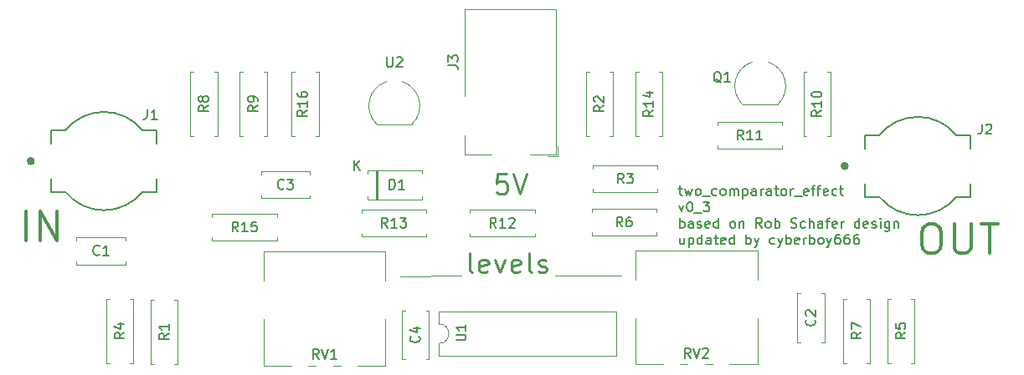
<source format=gbr>
G04 #@! TF.GenerationSoftware,KiCad,Pcbnew,(5.1.4-0-10_14)*
G04 #@! TF.CreationDate,2021-06-29T12:17:26+12:00*
G04 #@! TF.ProjectId,two_comparator_effect,74776f5f-636f-46d7-9061-7261746f725f,rev?*
G04 #@! TF.SameCoordinates,Original*
G04 #@! TF.FileFunction,Legend,Top*
G04 #@! TF.FilePolarity,Positive*
%FSLAX46Y46*%
G04 Gerber Fmt 4.6, Leading zero omitted, Abs format (unit mm)*
G04 Created by KiCad (PCBNEW (5.1.4-0-10_14)) date 2021-06-29 12:17:26*
%MOMM*%
%LPD*%
G04 APERTURE LIST*
%ADD10C,0.120000*%
%ADD11C,0.250000*%
%ADD12C,0.150000*%
%ADD13C,0.350000*%
%ADD14C,0.400000*%
%ADD15C,0.127000*%
G04 APERTURE END LIST*
D10*
X135000000Y-68250000D02*
X128900000Y-68300000D01*
X144500000Y-68250000D02*
X151200000Y-68250000D01*
D11*
X136178571Y-67904761D02*
X135988095Y-67809523D01*
X135892857Y-67619047D01*
X135892857Y-65904761D01*
X137702380Y-67809523D02*
X137511904Y-67904761D01*
X137130952Y-67904761D01*
X136940476Y-67809523D01*
X136845238Y-67619047D01*
X136845238Y-66857142D01*
X136940476Y-66666666D01*
X137130952Y-66571428D01*
X137511904Y-66571428D01*
X137702380Y-66666666D01*
X137797619Y-66857142D01*
X137797619Y-67047619D01*
X136845238Y-67238095D01*
X138464285Y-66571428D02*
X138940476Y-67904761D01*
X139416666Y-66571428D01*
X140940476Y-67809523D02*
X140750000Y-67904761D01*
X140369047Y-67904761D01*
X140178571Y-67809523D01*
X140083333Y-67619047D01*
X140083333Y-66857142D01*
X140178571Y-66666666D01*
X140369047Y-66571428D01*
X140750000Y-66571428D01*
X140940476Y-66666666D01*
X141035714Y-66857142D01*
X141035714Y-67047619D01*
X140083333Y-67238095D01*
X142178571Y-67904761D02*
X141988095Y-67809523D01*
X141892857Y-67619047D01*
X141892857Y-65904761D01*
X142845238Y-67809523D02*
X143035714Y-67904761D01*
X143416666Y-67904761D01*
X143607142Y-67809523D01*
X143702380Y-67619047D01*
X143702380Y-67523809D01*
X143607142Y-67333333D01*
X143416666Y-67238095D01*
X143130952Y-67238095D01*
X142940476Y-67142857D01*
X142845238Y-66952380D01*
X142845238Y-66857142D01*
X142940476Y-66666666D01*
X143130952Y-66571428D01*
X143416666Y-66571428D01*
X143607142Y-66666666D01*
D12*
X156992738Y-59410714D02*
X157373690Y-59410714D01*
X157135595Y-59077380D02*
X157135595Y-59934523D01*
X157183214Y-60029761D01*
X157278452Y-60077380D01*
X157373690Y-60077380D01*
X157611785Y-59410714D02*
X157802261Y-60077380D01*
X157992738Y-59601190D01*
X158183214Y-60077380D01*
X158373690Y-59410714D01*
X158897500Y-60077380D02*
X158802261Y-60029761D01*
X158754642Y-59982142D01*
X158707023Y-59886904D01*
X158707023Y-59601190D01*
X158754642Y-59505952D01*
X158802261Y-59458333D01*
X158897500Y-59410714D01*
X159040357Y-59410714D01*
X159135595Y-59458333D01*
X159183214Y-59505952D01*
X159230833Y-59601190D01*
X159230833Y-59886904D01*
X159183214Y-59982142D01*
X159135595Y-60029761D01*
X159040357Y-60077380D01*
X158897500Y-60077380D01*
X159421309Y-60172619D02*
X160183214Y-60172619D01*
X160849880Y-60029761D02*
X160754642Y-60077380D01*
X160564166Y-60077380D01*
X160468928Y-60029761D01*
X160421309Y-59982142D01*
X160373690Y-59886904D01*
X160373690Y-59601190D01*
X160421309Y-59505952D01*
X160468928Y-59458333D01*
X160564166Y-59410714D01*
X160754642Y-59410714D01*
X160849880Y-59458333D01*
X161421309Y-60077380D02*
X161326071Y-60029761D01*
X161278452Y-59982142D01*
X161230833Y-59886904D01*
X161230833Y-59601190D01*
X161278452Y-59505952D01*
X161326071Y-59458333D01*
X161421309Y-59410714D01*
X161564166Y-59410714D01*
X161659404Y-59458333D01*
X161707023Y-59505952D01*
X161754642Y-59601190D01*
X161754642Y-59886904D01*
X161707023Y-59982142D01*
X161659404Y-60029761D01*
X161564166Y-60077380D01*
X161421309Y-60077380D01*
X162183214Y-60077380D02*
X162183214Y-59410714D01*
X162183214Y-59505952D02*
X162230833Y-59458333D01*
X162326071Y-59410714D01*
X162468928Y-59410714D01*
X162564166Y-59458333D01*
X162611785Y-59553571D01*
X162611785Y-60077380D01*
X162611785Y-59553571D02*
X162659404Y-59458333D01*
X162754642Y-59410714D01*
X162897500Y-59410714D01*
X162992738Y-59458333D01*
X163040357Y-59553571D01*
X163040357Y-60077380D01*
X163516547Y-59410714D02*
X163516547Y-60410714D01*
X163516547Y-59458333D02*
X163611785Y-59410714D01*
X163802261Y-59410714D01*
X163897500Y-59458333D01*
X163945119Y-59505952D01*
X163992738Y-59601190D01*
X163992738Y-59886904D01*
X163945119Y-59982142D01*
X163897500Y-60029761D01*
X163802261Y-60077380D01*
X163611785Y-60077380D01*
X163516547Y-60029761D01*
X164849880Y-60077380D02*
X164849880Y-59553571D01*
X164802261Y-59458333D01*
X164707023Y-59410714D01*
X164516547Y-59410714D01*
X164421309Y-59458333D01*
X164849880Y-60029761D02*
X164754642Y-60077380D01*
X164516547Y-60077380D01*
X164421309Y-60029761D01*
X164373690Y-59934523D01*
X164373690Y-59839285D01*
X164421309Y-59744047D01*
X164516547Y-59696428D01*
X164754642Y-59696428D01*
X164849880Y-59648809D01*
X165326071Y-60077380D02*
X165326071Y-59410714D01*
X165326071Y-59601190D02*
X165373690Y-59505952D01*
X165421309Y-59458333D01*
X165516547Y-59410714D01*
X165611785Y-59410714D01*
X166373690Y-60077380D02*
X166373690Y-59553571D01*
X166326071Y-59458333D01*
X166230833Y-59410714D01*
X166040357Y-59410714D01*
X165945119Y-59458333D01*
X166373690Y-60029761D02*
X166278452Y-60077380D01*
X166040357Y-60077380D01*
X165945119Y-60029761D01*
X165897500Y-59934523D01*
X165897500Y-59839285D01*
X165945119Y-59744047D01*
X166040357Y-59696428D01*
X166278452Y-59696428D01*
X166373690Y-59648809D01*
X166707023Y-59410714D02*
X167087976Y-59410714D01*
X166849880Y-59077380D02*
X166849880Y-59934523D01*
X166897500Y-60029761D01*
X166992738Y-60077380D01*
X167087976Y-60077380D01*
X167564166Y-60077380D02*
X167468928Y-60029761D01*
X167421309Y-59982142D01*
X167373690Y-59886904D01*
X167373690Y-59601190D01*
X167421309Y-59505952D01*
X167468928Y-59458333D01*
X167564166Y-59410714D01*
X167707023Y-59410714D01*
X167802261Y-59458333D01*
X167849880Y-59505952D01*
X167897500Y-59601190D01*
X167897500Y-59886904D01*
X167849880Y-59982142D01*
X167802261Y-60029761D01*
X167707023Y-60077380D01*
X167564166Y-60077380D01*
X168326071Y-60077380D02*
X168326071Y-59410714D01*
X168326071Y-59601190D02*
X168373690Y-59505952D01*
X168421309Y-59458333D01*
X168516547Y-59410714D01*
X168611785Y-59410714D01*
X168707023Y-60172619D02*
X169468928Y-60172619D01*
X170087976Y-60029761D02*
X169992738Y-60077380D01*
X169802261Y-60077380D01*
X169707023Y-60029761D01*
X169659404Y-59934523D01*
X169659404Y-59553571D01*
X169707023Y-59458333D01*
X169802261Y-59410714D01*
X169992738Y-59410714D01*
X170087976Y-59458333D01*
X170135595Y-59553571D01*
X170135595Y-59648809D01*
X169659404Y-59744047D01*
X170421309Y-59410714D02*
X170802261Y-59410714D01*
X170564166Y-60077380D02*
X170564166Y-59220238D01*
X170611785Y-59125000D01*
X170707023Y-59077380D01*
X170802261Y-59077380D01*
X170992738Y-59410714D02*
X171373690Y-59410714D01*
X171135595Y-60077380D02*
X171135595Y-59220238D01*
X171183214Y-59125000D01*
X171278452Y-59077380D01*
X171373690Y-59077380D01*
X172087976Y-60029761D02*
X171992738Y-60077380D01*
X171802261Y-60077380D01*
X171707023Y-60029761D01*
X171659404Y-59934523D01*
X171659404Y-59553571D01*
X171707023Y-59458333D01*
X171802261Y-59410714D01*
X171992738Y-59410714D01*
X172087976Y-59458333D01*
X172135595Y-59553571D01*
X172135595Y-59648809D01*
X171659404Y-59744047D01*
X172992738Y-60029761D02*
X172897500Y-60077380D01*
X172707023Y-60077380D01*
X172611785Y-60029761D01*
X172564166Y-59982142D01*
X172516547Y-59886904D01*
X172516547Y-59601190D01*
X172564166Y-59505952D01*
X172611785Y-59458333D01*
X172707023Y-59410714D01*
X172897500Y-59410714D01*
X172992738Y-59458333D01*
X173278452Y-59410714D02*
X173659404Y-59410714D01*
X173421309Y-59077380D02*
X173421309Y-59934523D01*
X173468928Y-60029761D01*
X173564166Y-60077380D01*
X173659404Y-60077380D01*
X157040357Y-61060714D02*
X157278452Y-61727380D01*
X157516547Y-61060714D01*
X158087976Y-60727380D02*
X158183214Y-60727380D01*
X158278452Y-60775000D01*
X158326071Y-60822619D01*
X158373690Y-60917857D01*
X158421309Y-61108333D01*
X158421309Y-61346428D01*
X158373690Y-61536904D01*
X158326071Y-61632142D01*
X158278452Y-61679761D01*
X158183214Y-61727380D01*
X158087976Y-61727380D01*
X157992738Y-61679761D01*
X157945119Y-61632142D01*
X157897500Y-61536904D01*
X157849880Y-61346428D01*
X157849880Y-61108333D01*
X157897500Y-60917857D01*
X157945119Y-60822619D01*
X157992738Y-60775000D01*
X158087976Y-60727380D01*
X158611785Y-61822619D02*
X159373690Y-61822619D01*
X159516547Y-60727380D02*
X160135595Y-60727380D01*
X159802261Y-61108333D01*
X159945119Y-61108333D01*
X160040357Y-61155952D01*
X160087976Y-61203571D01*
X160135595Y-61298809D01*
X160135595Y-61536904D01*
X160087976Y-61632142D01*
X160040357Y-61679761D01*
X159945119Y-61727380D01*
X159659404Y-61727380D01*
X159564166Y-61679761D01*
X159516547Y-61632142D01*
X157135595Y-63377380D02*
X157135595Y-62377380D01*
X157135595Y-62758333D02*
X157230833Y-62710714D01*
X157421309Y-62710714D01*
X157516547Y-62758333D01*
X157564166Y-62805952D01*
X157611785Y-62901190D01*
X157611785Y-63186904D01*
X157564166Y-63282142D01*
X157516547Y-63329761D01*
X157421309Y-63377380D01*
X157230833Y-63377380D01*
X157135595Y-63329761D01*
X158468928Y-63377380D02*
X158468928Y-62853571D01*
X158421309Y-62758333D01*
X158326071Y-62710714D01*
X158135595Y-62710714D01*
X158040357Y-62758333D01*
X158468928Y-63329761D02*
X158373690Y-63377380D01*
X158135595Y-63377380D01*
X158040357Y-63329761D01*
X157992738Y-63234523D01*
X157992738Y-63139285D01*
X158040357Y-63044047D01*
X158135595Y-62996428D01*
X158373690Y-62996428D01*
X158468928Y-62948809D01*
X158897500Y-63329761D02*
X158992738Y-63377380D01*
X159183214Y-63377380D01*
X159278452Y-63329761D01*
X159326071Y-63234523D01*
X159326071Y-63186904D01*
X159278452Y-63091666D01*
X159183214Y-63044047D01*
X159040357Y-63044047D01*
X158945119Y-62996428D01*
X158897500Y-62901190D01*
X158897500Y-62853571D01*
X158945119Y-62758333D01*
X159040357Y-62710714D01*
X159183214Y-62710714D01*
X159278452Y-62758333D01*
X160135595Y-63329761D02*
X160040357Y-63377380D01*
X159849880Y-63377380D01*
X159754642Y-63329761D01*
X159707023Y-63234523D01*
X159707023Y-62853571D01*
X159754642Y-62758333D01*
X159849880Y-62710714D01*
X160040357Y-62710714D01*
X160135595Y-62758333D01*
X160183214Y-62853571D01*
X160183214Y-62948809D01*
X159707023Y-63044047D01*
X161040357Y-63377380D02*
X161040357Y-62377380D01*
X161040357Y-63329761D02*
X160945119Y-63377380D01*
X160754642Y-63377380D01*
X160659404Y-63329761D01*
X160611785Y-63282142D01*
X160564166Y-63186904D01*
X160564166Y-62901190D01*
X160611785Y-62805952D01*
X160659404Y-62758333D01*
X160754642Y-62710714D01*
X160945119Y-62710714D01*
X161040357Y-62758333D01*
X162421309Y-63377380D02*
X162326071Y-63329761D01*
X162278452Y-63282142D01*
X162230833Y-63186904D01*
X162230833Y-62901190D01*
X162278452Y-62805952D01*
X162326071Y-62758333D01*
X162421309Y-62710714D01*
X162564166Y-62710714D01*
X162659404Y-62758333D01*
X162707023Y-62805952D01*
X162754642Y-62901190D01*
X162754642Y-63186904D01*
X162707023Y-63282142D01*
X162659404Y-63329761D01*
X162564166Y-63377380D01*
X162421309Y-63377380D01*
X163183214Y-62710714D02*
X163183214Y-63377380D01*
X163183214Y-62805952D02*
X163230833Y-62758333D01*
X163326071Y-62710714D01*
X163468928Y-62710714D01*
X163564166Y-62758333D01*
X163611785Y-62853571D01*
X163611785Y-63377380D01*
X165421309Y-63377380D02*
X165087976Y-62901190D01*
X164849880Y-63377380D02*
X164849880Y-62377380D01*
X165230833Y-62377380D01*
X165326071Y-62425000D01*
X165373690Y-62472619D01*
X165421309Y-62567857D01*
X165421309Y-62710714D01*
X165373690Y-62805952D01*
X165326071Y-62853571D01*
X165230833Y-62901190D01*
X164849880Y-62901190D01*
X165992738Y-63377380D02*
X165897500Y-63329761D01*
X165849880Y-63282142D01*
X165802261Y-63186904D01*
X165802261Y-62901190D01*
X165849880Y-62805952D01*
X165897500Y-62758333D01*
X165992738Y-62710714D01*
X166135595Y-62710714D01*
X166230833Y-62758333D01*
X166278452Y-62805952D01*
X166326071Y-62901190D01*
X166326071Y-63186904D01*
X166278452Y-63282142D01*
X166230833Y-63329761D01*
X166135595Y-63377380D01*
X165992738Y-63377380D01*
X166754642Y-63377380D02*
X166754642Y-62377380D01*
X166754642Y-62758333D02*
X166849880Y-62710714D01*
X167040357Y-62710714D01*
X167135595Y-62758333D01*
X167183214Y-62805952D01*
X167230833Y-62901190D01*
X167230833Y-63186904D01*
X167183214Y-63282142D01*
X167135595Y-63329761D01*
X167040357Y-63377380D01*
X166849880Y-63377380D01*
X166754642Y-63329761D01*
X168373690Y-63329761D02*
X168516547Y-63377380D01*
X168754642Y-63377380D01*
X168849880Y-63329761D01*
X168897500Y-63282142D01*
X168945119Y-63186904D01*
X168945119Y-63091666D01*
X168897500Y-62996428D01*
X168849880Y-62948809D01*
X168754642Y-62901190D01*
X168564166Y-62853571D01*
X168468928Y-62805952D01*
X168421309Y-62758333D01*
X168373690Y-62663095D01*
X168373690Y-62567857D01*
X168421309Y-62472619D01*
X168468928Y-62425000D01*
X168564166Y-62377380D01*
X168802261Y-62377380D01*
X168945119Y-62425000D01*
X169802261Y-63329761D02*
X169707023Y-63377380D01*
X169516547Y-63377380D01*
X169421309Y-63329761D01*
X169373690Y-63282142D01*
X169326071Y-63186904D01*
X169326071Y-62901190D01*
X169373690Y-62805952D01*
X169421309Y-62758333D01*
X169516547Y-62710714D01*
X169707023Y-62710714D01*
X169802261Y-62758333D01*
X170230833Y-63377380D02*
X170230833Y-62377380D01*
X170659404Y-63377380D02*
X170659404Y-62853571D01*
X170611785Y-62758333D01*
X170516547Y-62710714D01*
X170373690Y-62710714D01*
X170278452Y-62758333D01*
X170230833Y-62805952D01*
X171564166Y-63377380D02*
X171564166Y-62853571D01*
X171516547Y-62758333D01*
X171421309Y-62710714D01*
X171230833Y-62710714D01*
X171135595Y-62758333D01*
X171564166Y-63329761D02*
X171468928Y-63377380D01*
X171230833Y-63377380D01*
X171135595Y-63329761D01*
X171087976Y-63234523D01*
X171087976Y-63139285D01*
X171135595Y-63044047D01*
X171230833Y-62996428D01*
X171468928Y-62996428D01*
X171564166Y-62948809D01*
X171897500Y-62710714D02*
X172278452Y-62710714D01*
X172040357Y-63377380D02*
X172040357Y-62520238D01*
X172087976Y-62425000D01*
X172183214Y-62377380D01*
X172278452Y-62377380D01*
X172992738Y-63329761D02*
X172897500Y-63377380D01*
X172707023Y-63377380D01*
X172611785Y-63329761D01*
X172564166Y-63234523D01*
X172564166Y-62853571D01*
X172611785Y-62758333D01*
X172707023Y-62710714D01*
X172897500Y-62710714D01*
X172992738Y-62758333D01*
X173040357Y-62853571D01*
X173040357Y-62948809D01*
X172564166Y-63044047D01*
X173468928Y-63377380D02*
X173468928Y-62710714D01*
X173468928Y-62901190D02*
X173516547Y-62805952D01*
X173564166Y-62758333D01*
X173659404Y-62710714D01*
X173754642Y-62710714D01*
X175278452Y-63377380D02*
X175278452Y-62377380D01*
X175278452Y-63329761D02*
X175183214Y-63377380D01*
X174992738Y-63377380D01*
X174897500Y-63329761D01*
X174849880Y-63282142D01*
X174802261Y-63186904D01*
X174802261Y-62901190D01*
X174849880Y-62805952D01*
X174897500Y-62758333D01*
X174992738Y-62710714D01*
X175183214Y-62710714D01*
X175278452Y-62758333D01*
X176135595Y-63329761D02*
X176040357Y-63377380D01*
X175849880Y-63377380D01*
X175754642Y-63329761D01*
X175707023Y-63234523D01*
X175707023Y-62853571D01*
X175754642Y-62758333D01*
X175849880Y-62710714D01*
X176040357Y-62710714D01*
X176135595Y-62758333D01*
X176183214Y-62853571D01*
X176183214Y-62948809D01*
X175707023Y-63044047D01*
X176564166Y-63329761D02*
X176659404Y-63377380D01*
X176849880Y-63377380D01*
X176945119Y-63329761D01*
X176992738Y-63234523D01*
X176992738Y-63186904D01*
X176945119Y-63091666D01*
X176849880Y-63044047D01*
X176707023Y-63044047D01*
X176611785Y-62996428D01*
X176564166Y-62901190D01*
X176564166Y-62853571D01*
X176611785Y-62758333D01*
X176707023Y-62710714D01*
X176849880Y-62710714D01*
X176945119Y-62758333D01*
X177421309Y-63377380D02*
X177421309Y-62710714D01*
X177421309Y-62377380D02*
X177373690Y-62425000D01*
X177421309Y-62472619D01*
X177468928Y-62425000D01*
X177421309Y-62377380D01*
X177421309Y-62472619D01*
X178326071Y-62710714D02*
X178326071Y-63520238D01*
X178278452Y-63615476D01*
X178230833Y-63663095D01*
X178135595Y-63710714D01*
X177992738Y-63710714D01*
X177897500Y-63663095D01*
X178326071Y-63329761D02*
X178230833Y-63377380D01*
X178040357Y-63377380D01*
X177945119Y-63329761D01*
X177897500Y-63282142D01*
X177849880Y-63186904D01*
X177849880Y-62901190D01*
X177897500Y-62805952D01*
X177945119Y-62758333D01*
X178040357Y-62710714D01*
X178230833Y-62710714D01*
X178326071Y-62758333D01*
X178802261Y-62710714D02*
X178802261Y-63377380D01*
X178802261Y-62805952D02*
X178849880Y-62758333D01*
X178945119Y-62710714D01*
X179087976Y-62710714D01*
X179183214Y-62758333D01*
X179230833Y-62853571D01*
X179230833Y-63377380D01*
X157564166Y-64360714D02*
X157564166Y-65027380D01*
X157135595Y-64360714D02*
X157135595Y-64884523D01*
X157183214Y-64979761D01*
X157278452Y-65027380D01*
X157421309Y-65027380D01*
X157516547Y-64979761D01*
X157564166Y-64932142D01*
X158040357Y-64360714D02*
X158040357Y-65360714D01*
X158040357Y-64408333D02*
X158135595Y-64360714D01*
X158326071Y-64360714D01*
X158421309Y-64408333D01*
X158468928Y-64455952D01*
X158516547Y-64551190D01*
X158516547Y-64836904D01*
X158468928Y-64932142D01*
X158421309Y-64979761D01*
X158326071Y-65027380D01*
X158135595Y-65027380D01*
X158040357Y-64979761D01*
X159373690Y-65027380D02*
X159373690Y-64027380D01*
X159373690Y-64979761D02*
X159278452Y-65027380D01*
X159087976Y-65027380D01*
X158992738Y-64979761D01*
X158945119Y-64932142D01*
X158897500Y-64836904D01*
X158897500Y-64551190D01*
X158945119Y-64455952D01*
X158992738Y-64408333D01*
X159087976Y-64360714D01*
X159278452Y-64360714D01*
X159373690Y-64408333D01*
X160278452Y-65027380D02*
X160278452Y-64503571D01*
X160230833Y-64408333D01*
X160135595Y-64360714D01*
X159945119Y-64360714D01*
X159849880Y-64408333D01*
X160278452Y-64979761D02*
X160183214Y-65027380D01*
X159945119Y-65027380D01*
X159849880Y-64979761D01*
X159802261Y-64884523D01*
X159802261Y-64789285D01*
X159849880Y-64694047D01*
X159945119Y-64646428D01*
X160183214Y-64646428D01*
X160278452Y-64598809D01*
X160611785Y-64360714D02*
X160992738Y-64360714D01*
X160754642Y-64027380D02*
X160754642Y-64884523D01*
X160802261Y-64979761D01*
X160897500Y-65027380D01*
X160992738Y-65027380D01*
X161707023Y-64979761D02*
X161611785Y-65027380D01*
X161421309Y-65027380D01*
X161326071Y-64979761D01*
X161278452Y-64884523D01*
X161278452Y-64503571D01*
X161326071Y-64408333D01*
X161421309Y-64360714D01*
X161611785Y-64360714D01*
X161707023Y-64408333D01*
X161754642Y-64503571D01*
X161754642Y-64598809D01*
X161278452Y-64694047D01*
X162611785Y-65027380D02*
X162611785Y-64027380D01*
X162611785Y-64979761D02*
X162516547Y-65027380D01*
X162326071Y-65027380D01*
X162230833Y-64979761D01*
X162183214Y-64932142D01*
X162135595Y-64836904D01*
X162135595Y-64551190D01*
X162183214Y-64455952D01*
X162230833Y-64408333D01*
X162326071Y-64360714D01*
X162516547Y-64360714D01*
X162611785Y-64408333D01*
X163849880Y-65027380D02*
X163849880Y-64027380D01*
X163849880Y-64408333D02*
X163945119Y-64360714D01*
X164135595Y-64360714D01*
X164230833Y-64408333D01*
X164278452Y-64455952D01*
X164326071Y-64551190D01*
X164326071Y-64836904D01*
X164278452Y-64932142D01*
X164230833Y-64979761D01*
X164135595Y-65027380D01*
X163945119Y-65027380D01*
X163849880Y-64979761D01*
X164659404Y-64360714D02*
X164897500Y-65027380D01*
X165135595Y-64360714D02*
X164897500Y-65027380D01*
X164802261Y-65265476D01*
X164754642Y-65313095D01*
X164659404Y-65360714D01*
X166707023Y-64979761D02*
X166611785Y-65027380D01*
X166421309Y-65027380D01*
X166326071Y-64979761D01*
X166278452Y-64932142D01*
X166230833Y-64836904D01*
X166230833Y-64551190D01*
X166278452Y-64455952D01*
X166326071Y-64408333D01*
X166421309Y-64360714D01*
X166611785Y-64360714D01*
X166707023Y-64408333D01*
X167040357Y-64360714D02*
X167278452Y-65027380D01*
X167516547Y-64360714D02*
X167278452Y-65027380D01*
X167183214Y-65265476D01*
X167135595Y-65313095D01*
X167040357Y-65360714D01*
X167897500Y-65027380D02*
X167897500Y-64027380D01*
X167897500Y-64408333D02*
X167992738Y-64360714D01*
X168183214Y-64360714D01*
X168278452Y-64408333D01*
X168326071Y-64455952D01*
X168373690Y-64551190D01*
X168373690Y-64836904D01*
X168326071Y-64932142D01*
X168278452Y-64979761D01*
X168183214Y-65027380D01*
X167992738Y-65027380D01*
X167897500Y-64979761D01*
X169183214Y-64979761D02*
X169087976Y-65027380D01*
X168897500Y-65027380D01*
X168802261Y-64979761D01*
X168754642Y-64884523D01*
X168754642Y-64503571D01*
X168802261Y-64408333D01*
X168897500Y-64360714D01*
X169087976Y-64360714D01*
X169183214Y-64408333D01*
X169230833Y-64503571D01*
X169230833Y-64598809D01*
X168754642Y-64694047D01*
X169659404Y-65027380D02*
X169659404Y-64360714D01*
X169659404Y-64551190D02*
X169707023Y-64455952D01*
X169754642Y-64408333D01*
X169849880Y-64360714D01*
X169945119Y-64360714D01*
X170278452Y-65027380D02*
X170278452Y-64027380D01*
X170278452Y-64408333D02*
X170373690Y-64360714D01*
X170564166Y-64360714D01*
X170659404Y-64408333D01*
X170707023Y-64455952D01*
X170754642Y-64551190D01*
X170754642Y-64836904D01*
X170707023Y-64932142D01*
X170659404Y-64979761D01*
X170564166Y-65027380D01*
X170373690Y-65027380D01*
X170278452Y-64979761D01*
X171326071Y-65027380D02*
X171230833Y-64979761D01*
X171183214Y-64932142D01*
X171135595Y-64836904D01*
X171135595Y-64551190D01*
X171183214Y-64455952D01*
X171230833Y-64408333D01*
X171326071Y-64360714D01*
X171468928Y-64360714D01*
X171564166Y-64408333D01*
X171611785Y-64455952D01*
X171659404Y-64551190D01*
X171659404Y-64836904D01*
X171611785Y-64932142D01*
X171564166Y-64979761D01*
X171468928Y-65027380D01*
X171326071Y-65027380D01*
X171992738Y-64360714D02*
X172230833Y-65027380D01*
X172468928Y-64360714D02*
X172230833Y-65027380D01*
X172135595Y-65265476D01*
X172087976Y-65313095D01*
X171992738Y-65360714D01*
X173278452Y-64027380D02*
X173087976Y-64027380D01*
X172992738Y-64075000D01*
X172945119Y-64122619D01*
X172849880Y-64265476D01*
X172802261Y-64455952D01*
X172802261Y-64836904D01*
X172849880Y-64932142D01*
X172897500Y-64979761D01*
X172992738Y-65027380D01*
X173183214Y-65027380D01*
X173278452Y-64979761D01*
X173326071Y-64932142D01*
X173373690Y-64836904D01*
X173373690Y-64598809D01*
X173326071Y-64503571D01*
X173278452Y-64455952D01*
X173183214Y-64408333D01*
X172992738Y-64408333D01*
X172897500Y-64455952D01*
X172849880Y-64503571D01*
X172802261Y-64598809D01*
X174230833Y-64027380D02*
X174040357Y-64027380D01*
X173945119Y-64075000D01*
X173897500Y-64122619D01*
X173802261Y-64265476D01*
X173754642Y-64455952D01*
X173754642Y-64836904D01*
X173802261Y-64932142D01*
X173849880Y-64979761D01*
X173945119Y-65027380D01*
X174135595Y-65027380D01*
X174230833Y-64979761D01*
X174278452Y-64932142D01*
X174326071Y-64836904D01*
X174326071Y-64598809D01*
X174278452Y-64503571D01*
X174230833Y-64455952D01*
X174135595Y-64408333D01*
X173945119Y-64408333D01*
X173849880Y-64455952D01*
X173802261Y-64503571D01*
X173754642Y-64598809D01*
X175183214Y-64027380D02*
X174992738Y-64027380D01*
X174897500Y-64075000D01*
X174849880Y-64122619D01*
X174754642Y-64265476D01*
X174707023Y-64455952D01*
X174707023Y-64836904D01*
X174754642Y-64932142D01*
X174802261Y-64979761D01*
X174897500Y-65027380D01*
X175087976Y-65027380D01*
X175183214Y-64979761D01*
X175230833Y-64932142D01*
X175278452Y-64836904D01*
X175278452Y-64598809D01*
X175230833Y-64503571D01*
X175183214Y-64455952D01*
X175087976Y-64408333D01*
X174897500Y-64408333D01*
X174802261Y-64455952D01*
X174754642Y-64503571D01*
X174707023Y-64598809D01*
D11*
X139619047Y-57904761D02*
X138666666Y-57904761D01*
X138571428Y-58857142D01*
X138666666Y-58761904D01*
X138857142Y-58666666D01*
X139333333Y-58666666D01*
X139523809Y-58761904D01*
X139619047Y-58857142D01*
X139714285Y-59047619D01*
X139714285Y-59523809D01*
X139619047Y-59714285D01*
X139523809Y-59809523D01*
X139333333Y-59904761D01*
X138857142Y-59904761D01*
X138666666Y-59809523D01*
X138571428Y-59714285D01*
X140285714Y-57904761D02*
X140952380Y-59904761D01*
X141619047Y-57904761D01*
D13*
X182300000Y-62957142D02*
X182871428Y-62957142D01*
X183157142Y-63100000D01*
X183442857Y-63385714D01*
X183585714Y-63957142D01*
X183585714Y-64957142D01*
X183442857Y-65528571D01*
X183157142Y-65814285D01*
X182871428Y-65957142D01*
X182300000Y-65957142D01*
X182014285Y-65814285D01*
X181728571Y-65528571D01*
X181585714Y-64957142D01*
X181585714Y-63957142D01*
X181728571Y-63385714D01*
X182014285Y-63100000D01*
X182300000Y-62957142D01*
X184871428Y-62957142D02*
X184871428Y-65385714D01*
X185014285Y-65671428D01*
X185157142Y-65814285D01*
X185442857Y-65957142D01*
X186014285Y-65957142D01*
X186300000Y-65814285D01*
X186442857Y-65671428D01*
X186585714Y-65385714D01*
X186585714Y-62957142D01*
X187585714Y-62957142D02*
X189300000Y-62957142D01*
X188442857Y-65957142D02*
X188442857Y-62957142D01*
X91028571Y-64657142D02*
X91028571Y-61657142D01*
X92457142Y-64657142D02*
X92457142Y-61657142D01*
X94171428Y-64657142D01*
X94171428Y-61657142D01*
D10*
X148220000Y-61430000D02*
X148220000Y-61760000D01*
X154760000Y-61430000D02*
X148220000Y-61430000D01*
X154760000Y-61760000D02*
X154760000Y-61430000D01*
X148220000Y-64170000D02*
X148220000Y-63840000D01*
X154760000Y-64170000D02*
X148220000Y-64170000D01*
X154760000Y-63840000D02*
X154760000Y-64170000D01*
X152630000Y-77220000D02*
X152630000Y-72554000D01*
X152630000Y-68645000D02*
X152630000Y-65630000D01*
X164970000Y-77220000D02*
X164970000Y-72554000D01*
X164970000Y-68645000D02*
X164970000Y-65630000D01*
X152630000Y-77220000D02*
X155429000Y-77220000D01*
X157171000Y-77220000D02*
X157930000Y-77220000D01*
X159671000Y-77220000D02*
X160430000Y-77220000D01*
X162170000Y-77220000D02*
X164970000Y-77220000D01*
X152630000Y-65630000D02*
X164970000Y-65630000D01*
X130078445Y-52827684D02*
G75*
G03X129050000Y-48550000I-1808445J1827684D01*
G01*
X126458125Y-52841741D02*
G75*
G02X127450000Y-48550000I1811875J1841741D01*
G01*
X126470000Y-52850000D02*
X130070000Y-52850000D01*
X167078445Y-50827684D02*
G75*
G03X166050000Y-46550000I-1808445J1827684D01*
G01*
X163458125Y-50841741D02*
G75*
G02X164450000Y-46550000I1811875J1841741D01*
G01*
X163470000Y-50850000D02*
X167070000Y-50850000D01*
X96130000Y-64330000D02*
X101070000Y-64330000D01*
X96130000Y-67070000D02*
X101070000Y-67070000D01*
X96130000Y-64330000D02*
X96130000Y-64645000D01*
X96130000Y-66755000D02*
X96130000Y-67070000D01*
X101070000Y-64330000D02*
X101070000Y-64645000D01*
X101070000Y-66755000D02*
X101070000Y-67070000D01*
X169345000Y-74970000D02*
X169030000Y-74970000D01*
X171770000Y-74970000D02*
X171455000Y-74970000D01*
X169345000Y-70030000D02*
X169030000Y-70030000D01*
X171770000Y-70030000D02*
X171455000Y-70030000D01*
X169030000Y-70030000D02*
X169030000Y-74970000D01*
X171770000Y-70030000D02*
X171770000Y-74970000D01*
X119720000Y-60370000D02*
X114780000Y-60370000D01*
X119720000Y-57630000D02*
X114780000Y-57630000D01*
X119720000Y-60370000D02*
X119720000Y-60055000D01*
X119720000Y-57945000D02*
X119720000Y-57630000D01*
X114780000Y-60370000D02*
X114780000Y-60055000D01*
X114780000Y-57945000D02*
X114780000Y-57630000D01*
X125590000Y-57860000D02*
X125590000Y-57530000D01*
X125590000Y-57530000D02*
X131030000Y-57530000D01*
X131030000Y-57530000D02*
X131030000Y-57860000D01*
X125590000Y-60140000D02*
X125590000Y-60470000D01*
X125590000Y-60470000D02*
X131030000Y-60470000D01*
X131030000Y-60470000D02*
X131030000Y-60140000D01*
X126490000Y-57530000D02*
X126490000Y-60470000D01*
X126610000Y-57530000D02*
X126610000Y-60470000D01*
X126370000Y-57530000D02*
X126370000Y-60470000D01*
X143750000Y-56100000D02*
X144800000Y-56100000D01*
X144800000Y-55050000D02*
X144800000Y-56100000D01*
X135400000Y-50000000D02*
X135400000Y-41200000D01*
X135400000Y-41200000D02*
X144600000Y-41200000D01*
X138100000Y-55900000D02*
X135400000Y-55900000D01*
X135400000Y-55900000D02*
X135400000Y-54000000D01*
X144600000Y-41200000D02*
X144600000Y-55900000D01*
X144600000Y-55900000D02*
X142000000Y-55900000D01*
X106040000Y-70640000D02*
X106370000Y-70640000D01*
X106370000Y-70640000D02*
X106370000Y-77180000D01*
X106370000Y-77180000D02*
X106040000Y-77180000D01*
X103960000Y-70640000D02*
X103630000Y-70640000D01*
X103630000Y-70640000D02*
X103630000Y-77180000D01*
X103630000Y-77180000D02*
X103960000Y-77180000D01*
X147630000Y-54080000D02*
X147960000Y-54080000D01*
X147630000Y-47540000D02*
X147630000Y-54080000D01*
X147960000Y-47540000D02*
X147630000Y-47540000D01*
X150370000Y-54080000D02*
X150040000Y-54080000D01*
X150370000Y-47540000D02*
X150370000Y-54080000D01*
X150040000Y-47540000D02*
X150370000Y-47540000D01*
X148340000Y-57360000D02*
X148340000Y-57030000D01*
X148340000Y-57030000D02*
X154880000Y-57030000D01*
X154880000Y-57030000D02*
X154880000Y-57360000D01*
X148340000Y-59440000D02*
X148340000Y-59770000D01*
X148340000Y-59770000D02*
X154880000Y-59770000D01*
X154880000Y-59770000D02*
X154880000Y-59440000D01*
X99130000Y-77080000D02*
X99460000Y-77080000D01*
X99130000Y-70540000D02*
X99130000Y-77080000D01*
X99460000Y-70540000D02*
X99130000Y-70540000D01*
X101870000Y-77080000D02*
X101540000Y-77080000D01*
X101870000Y-70540000D02*
X101870000Y-77080000D01*
X101540000Y-70540000D02*
X101870000Y-70540000D01*
X178130000Y-77080000D02*
X178460000Y-77080000D01*
X178130000Y-70540000D02*
X178130000Y-77080000D01*
X178460000Y-70540000D02*
X178130000Y-70540000D01*
X180870000Y-77080000D02*
X180540000Y-77080000D01*
X180870000Y-70540000D02*
X180870000Y-77080000D01*
X180540000Y-70540000D02*
X180870000Y-70540000D01*
X176040000Y-70540000D02*
X176370000Y-70540000D01*
X176370000Y-70540000D02*
X176370000Y-77080000D01*
X176370000Y-77080000D02*
X176040000Y-77080000D01*
X173960000Y-70540000D02*
X173630000Y-70540000D01*
X173630000Y-70540000D02*
X173630000Y-77080000D01*
X173630000Y-77080000D02*
X173960000Y-77080000D01*
X110040000Y-47540000D02*
X110370000Y-47540000D01*
X110370000Y-47540000D02*
X110370000Y-54080000D01*
X110370000Y-54080000D02*
X110040000Y-54080000D01*
X107960000Y-47540000D02*
X107630000Y-47540000D01*
X107630000Y-47540000D02*
X107630000Y-54080000D01*
X107630000Y-54080000D02*
X107960000Y-54080000D01*
X112630000Y-54080000D02*
X112960000Y-54080000D01*
X112630000Y-47540000D02*
X112630000Y-54080000D01*
X112960000Y-47540000D02*
X112630000Y-47540000D01*
X115370000Y-54080000D02*
X115040000Y-54080000D01*
X115370000Y-47540000D02*
X115370000Y-54080000D01*
X115040000Y-47540000D02*
X115370000Y-47540000D01*
X169630000Y-54080000D02*
X169960000Y-54080000D01*
X169630000Y-47540000D02*
X169630000Y-54080000D01*
X169960000Y-47540000D02*
X169630000Y-47540000D01*
X172370000Y-54080000D02*
X172040000Y-54080000D01*
X172370000Y-47540000D02*
X172370000Y-54080000D01*
X172040000Y-47540000D02*
X172370000Y-47540000D01*
X167460000Y-55040000D02*
X167460000Y-55370000D01*
X167460000Y-55370000D02*
X160920000Y-55370000D01*
X160920000Y-55370000D02*
X160920000Y-55040000D01*
X167460000Y-52960000D02*
X167460000Y-52630000D01*
X167460000Y-52630000D02*
X160920000Y-52630000D01*
X160920000Y-52630000D02*
X160920000Y-52960000D01*
X142460000Y-63940000D02*
X142460000Y-64270000D01*
X142460000Y-64270000D02*
X135920000Y-64270000D01*
X135920000Y-64270000D02*
X135920000Y-63940000D01*
X142460000Y-61860000D02*
X142460000Y-61530000D01*
X142460000Y-61530000D02*
X135920000Y-61530000D01*
X135920000Y-61530000D02*
X135920000Y-61860000D01*
X124940000Y-61860000D02*
X124940000Y-61530000D01*
X124940000Y-61530000D02*
X131480000Y-61530000D01*
X131480000Y-61530000D02*
X131480000Y-61860000D01*
X124940000Y-63940000D02*
X124940000Y-64270000D01*
X124940000Y-64270000D02*
X131480000Y-64270000D01*
X131480000Y-64270000D02*
X131480000Y-63940000D01*
X152630000Y-54080000D02*
X152960000Y-54080000D01*
X152630000Y-47540000D02*
X152630000Y-54080000D01*
X152960000Y-47540000D02*
X152630000Y-47540000D01*
X155370000Y-54080000D02*
X155040000Y-54080000D01*
X155370000Y-47540000D02*
X155370000Y-54080000D01*
X155040000Y-47540000D02*
X155370000Y-47540000D01*
X116380000Y-64670000D02*
X116380000Y-64340000D01*
X109840000Y-64670000D02*
X116380000Y-64670000D01*
X109840000Y-64340000D02*
X109840000Y-64670000D01*
X116380000Y-61930000D02*
X116380000Y-62260000D01*
X109840000Y-61930000D02*
X116380000Y-61930000D01*
X109840000Y-62260000D02*
X109840000Y-61930000D01*
X120290000Y-47540000D02*
X120620000Y-47540000D01*
X120620000Y-47540000D02*
X120620000Y-54080000D01*
X120620000Y-54080000D02*
X120290000Y-54080000D01*
X118210000Y-47540000D02*
X117880000Y-47540000D01*
X117880000Y-47540000D02*
X117880000Y-54080000D01*
X117880000Y-54080000D02*
X118210000Y-54080000D01*
X115030000Y-65730000D02*
X127370000Y-65730000D01*
X124570000Y-77320000D02*
X127370000Y-77320000D01*
X122071000Y-77320000D02*
X122830000Y-77320000D01*
X119571000Y-77320000D02*
X120330000Y-77320000D01*
X115030000Y-77320000D02*
X117829000Y-77320000D01*
X127370000Y-68745000D02*
X127370000Y-65730000D01*
X127370000Y-77320000D02*
X127370000Y-72654000D01*
X115030000Y-68745000D02*
X115030000Y-65730000D01*
X115030000Y-77320000D02*
X115030000Y-72654000D01*
X131770000Y-71730000D02*
X131770000Y-76670000D01*
X129030000Y-71730000D02*
X129030000Y-76670000D01*
X131770000Y-71730000D02*
X131455000Y-71730000D01*
X129345000Y-71730000D02*
X129030000Y-71730000D01*
X131770000Y-76670000D02*
X131455000Y-76670000D01*
X129345000Y-76670000D02*
X129030000Y-76670000D01*
X132770000Y-73090000D02*
G75*
G02X132770000Y-75090000I0J-1000000D01*
G01*
X132770000Y-75090000D02*
X132770000Y-76340000D01*
X132770000Y-76340000D02*
X150670000Y-76340000D01*
X150670000Y-76340000D02*
X150670000Y-71840000D01*
X150670000Y-71840000D02*
X132770000Y-71840000D01*
X132770000Y-71840000D02*
X132770000Y-73090000D01*
D14*
X91700000Y-56600000D02*
G75*
G03X91700000Y-56600000I-200000J0D01*
G01*
D15*
X104250000Y-53465000D02*
X102784000Y-53465000D01*
X95016000Y-53465000D02*
X93550000Y-53465000D01*
X95016000Y-59735000D02*
X93550000Y-59735000D01*
X104250000Y-59735000D02*
X102784000Y-59735000D01*
X95017924Y-53462628D02*
G75*
G02X102784000Y-53465000I3882076J-3151223D01*
G01*
X102782076Y-59737372D02*
G75*
G02X95016000Y-59735000I-3882076J3151223D01*
G01*
X93550000Y-58365000D02*
X93550000Y-59735000D01*
X93550000Y-53465000D02*
X93550000Y-54835000D01*
X104250000Y-53465000D02*
X104250000Y-54835000D01*
X104250000Y-58365000D02*
X104250000Y-59735000D01*
X186550000Y-58865000D02*
X186550000Y-60235000D01*
X186550000Y-53965000D02*
X186550000Y-55335000D01*
X175850000Y-53965000D02*
X175850000Y-55335000D01*
X175850000Y-58865000D02*
X175850000Y-60235000D01*
X185082076Y-60237372D02*
G75*
G02X177316000Y-60235000I-3882076J3151223D01*
G01*
X177317924Y-53962628D02*
G75*
G02X185084000Y-53965000I3882076J-3151223D01*
G01*
X186550000Y-60235000D02*
X185084000Y-60235000D01*
X177316000Y-60235000D02*
X175850000Y-60235000D01*
X177316000Y-53965000D02*
X175850000Y-53965000D01*
X186550000Y-53965000D02*
X185084000Y-53965000D01*
D14*
X174000000Y-57100000D02*
G75*
G03X174000000Y-57100000I-200000J0D01*
G01*
D12*
X151323333Y-63252380D02*
X150990000Y-62776190D01*
X150751904Y-63252380D02*
X150751904Y-62252380D01*
X151132857Y-62252380D01*
X151228095Y-62300000D01*
X151275714Y-62347619D01*
X151323333Y-62442857D01*
X151323333Y-62585714D01*
X151275714Y-62680952D01*
X151228095Y-62728571D01*
X151132857Y-62776190D01*
X150751904Y-62776190D01*
X152180476Y-62252380D02*
X151990000Y-62252380D01*
X151894761Y-62300000D01*
X151847142Y-62347619D01*
X151751904Y-62490476D01*
X151704285Y-62680952D01*
X151704285Y-63061904D01*
X151751904Y-63157142D01*
X151799523Y-63204761D01*
X151894761Y-63252380D01*
X152085238Y-63252380D01*
X152180476Y-63204761D01*
X152228095Y-63157142D01*
X152275714Y-63061904D01*
X152275714Y-62823809D01*
X152228095Y-62728571D01*
X152180476Y-62680952D01*
X152085238Y-62633333D01*
X151894761Y-62633333D01*
X151799523Y-62680952D01*
X151751904Y-62728571D01*
X151704285Y-62823809D01*
X158204761Y-76552380D02*
X157871428Y-76076190D01*
X157633333Y-76552380D02*
X157633333Y-75552380D01*
X158014285Y-75552380D01*
X158109523Y-75600000D01*
X158157142Y-75647619D01*
X158204761Y-75742857D01*
X158204761Y-75885714D01*
X158157142Y-75980952D01*
X158109523Y-76028571D01*
X158014285Y-76076190D01*
X157633333Y-76076190D01*
X158490476Y-75552380D02*
X158823809Y-76552380D01*
X159157142Y-75552380D01*
X159442857Y-75647619D02*
X159490476Y-75600000D01*
X159585714Y-75552380D01*
X159823809Y-75552380D01*
X159919047Y-75600000D01*
X159966666Y-75647619D01*
X160014285Y-75742857D01*
X160014285Y-75838095D01*
X159966666Y-75980952D01*
X159395238Y-76552380D01*
X160014285Y-76552380D01*
X127508095Y-46052380D02*
X127508095Y-46861904D01*
X127555714Y-46957142D01*
X127603333Y-47004761D01*
X127698571Y-47052380D01*
X127889047Y-47052380D01*
X127984285Y-47004761D01*
X128031904Y-46957142D01*
X128079523Y-46861904D01*
X128079523Y-46052380D01*
X128508095Y-46147619D02*
X128555714Y-46100000D01*
X128650952Y-46052380D01*
X128889047Y-46052380D01*
X128984285Y-46100000D01*
X129031904Y-46147619D01*
X129079523Y-46242857D01*
X129079523Y-46338095D01*
X129031904Y-46480952D01*
X128460476Y-47052380D01*
X129079523Y-47052380D01*
X161304761Y-48647619D02*
X161209523Y-48600000D01*
X161114285Y-48504761D01*
X160971428Y-48361904D01*
X160876190Y-48314285D01*
X160780952Y-48314285D01*
X160828571Y-48552380D02*
X160733333Y-48504761D01*
X160638095Y-48409523D01*
X160590476Y-48219047D01*
X160590476Y-47885714D01*
X160638095Y-47695238D01*
X160733333Y-47600000D01*
X160828571Y-47552380D01*
X161019047Y-47552380D01*
X161114285Y-47600000D01*
X161209523Y-47695238D01*
X161257142Y-47885714D01*
X161257142Y-48219047D01*
X161209523Y-48409523D01*
X161114285Y-48504761D01*
X161019047Y-48552380D01*
X160828571Y-48552380D01*
X162209523Y-48552380D02*
X161638095Y-48552380D01*
X161923809Y-48552380D02*
X161923809Y-47552380D01*
X161828571Y-47695238D01*
X161733333Y-47790476D01*
X161638095Y-47838095D01*
X98433333Y-66057142D02*
X98385714Y-66104761D01*
X98242857Y-66152380D01*
X98147619Y-66152380D01*
X98004761Y-66104761D01*
X97909523Y-66009523D01*
X97861904Y-65914285D01*
X97814285Y-65723809D01*
X97814285Y-65580952D01*
X97861904Y-65390476D01*
X97909523Y-65295238D01*
X98004761Y-65200000D01*
X98147619Y-65152380D01*
X98242857Y-65152380D01*
X98385714Y-65200000D01*
X98433333Y-65247619D01*
X99385714Y-66152380D02*
X98814285Y-66152380D01*
X99100000Y-66152380D02*
X99100000Y-65152380D01*
X99004761Y-65295238D01*
X98909523Y-65390476D01*
X98814285Y-65438095D01*
X170757142Y-72666666D02*
X170804761Y-72714285D01*
X170852380Y-72857142D01*
X170852380Y-72952380D01*
X170804761Y-73095238D01*
X170709523Y-73190476D01*
X170614285Y-73238095D01*
X170423809Y-73285714D01*
X170280952Y-73285714D01*
X170090476Y-73238095D01*
X169995238Y-73190476D01*
X169900000Y-73095238D01*
X169852380Y-72952380D01*
X169852380Y-72857142D01*
X169900000Y-72714285D01*
X169947619Y-72666666D01*
X169947619Y-72285714D02*
X169900000Y-72238095D01*
X169852380Y-72142857D01*
X169852380Y-71904761D01*
X169900000Y-71809523D01*
X169947619Y-71761904D01*
X170042857Y-71714285D01*
X170138095Y-71714285D01*
X170280952Y-71761904D01*
X170852380Y-72333333D01*
X170852380Y-71714285D01*
X117083333Y-59357142D02*
X117035714Y-59404761D01*
X116892857Y-59452380D01*
X116797619Y-59452380D01*
X116654761Y-59404761D01*
X116559523Y-59309523D01*
X116511904Y-59214285D01*
X116464285Y-59023809D01*
X116464285Y-58880952D01*
X116511904Y-58690476D01*
X116559523Y-58595238D01*
X116654761Y-58500000D01*
X116797619Y-58452380D01*
X116892857Y-58452380D01*
X117035714Y-58500000D01*
X117083333Y-58547619D01*
X117416666Y-58452380D02*
X118035714Y-58452380D01*
X117702380Y-58833333D01*
X117845238Y-58833333D01*
X117940476Y-58880952D01*
X117988095Y-58928571D01*
X118035714Y-59023809D01*
X118035714Y-59261904D01*
X117988095Y-59357142D01*
X117940476Y-59404761D01*
X117845238Y-59452380D01*
X117559523Y-59452380D01*
X117464285Y-59404761D01*
X117416666Y-59357142D01*
X127761904Y-59452380D02*
X127761904Y-58452380D01*
X128000000Y-58452380D01*
X128142857Y-58500000D01*
X128238095Y-58595238D01*
X128285714Y-58690476D01*
X128333333Y-58880952D01*
X128333333Y-59023809D01*
X128285714Y-59214285D01*
X128238095Y-59309523D01*
X128142857Y-59404761D01*
X128000000Y-59452380D01*
X127761904Y-59452380D01*
X129285714Y-59452380D02*
X128714285Y-59452380D01*
X129000000Y-59452380D02*
X129000000Y-58452380D01*
X128904761Y-58595238D01*
X128809523Y-58690476D01*
X128714285Y-58738095D01*
X124238095Y-57552380D02*
X124238095Y-56552380D01*
X124809523Y-57552380D02*
X124380952Y-56980952D01*
X124809523Y-56552380D02*
X124238095Y-57123809D01*
X133702380Y-46883333D02*
X134416666Y-46883333D01*
X134559523Y-46930952D01*
X134654761Y-47026190D01*
X134702380Y-47169047D01*
X134702380Y-47264285D01*
X133702380Y-46502380D02*
X133702380Y-45883333D01*
X134083333Y-46216666D01*
X134083333Y-46073809D01*
X134130952Y-45978571D01*
X134178571Y-45930952D01*
X134273809Y-45883333D01*
X134511904Y-45883333D01*
X134607142Y-45930952D01*
X134654761Y-45978571D01*
X134702380Y-46073809D01*
X134702380Y-46359523D01*
X134654761Y-46454761D01*
X134607142Y-46502380D01*
X105452380Y-74076666D02*
X104976190Y-74410000D01*
X105452380Y-74648095D02*
X104452380Y-74648095D01*
X104452380Y-74267142D01*
X104500000Y-74171904D01*
X104547619Y-74124285D01*
X104642857Y-74076666D01*
X104785714Y-74076666D01*
X104880952Y-74124285D01*
X104928571Y-74171904D01*
X104976190Y-74267142D01*
X104976190Y-74648095D01*
X105452380Y-73124285D02*
X105452380Y-73695714D01*
X105452380Y-73410000D02*
X104452380Y-73410000D01*
X104595238Y-73505238D01*
X104690476Y-73600476D01*
X104738095Y-73695714D01*
X149452380Y-50976666D02*
X148976190Y-51310000D01*
X149452380Y-51548095D02*
X148452380Y-51548095D01*
X148452380Y-51167142D01*
X148500000Y-51071904D01*
X148547619Y-51024285D01*
X148642857Y-50976666D01*
X148785714Y-50976666D01*
X148880952Y-51024285D01*
X148928571Y-51071904D01*
X148976190Y-51167142D01*
X148976190Y-51548095D01*
X148547619Y-50595714D02*
X148500000Y-50548095D01*
X148452380Y-50452857D01*
X148452380Y-50214761D01*
X148500000Y-50119523D01*
X148547619Y-50071904D01*
X148642857Y-50024285D01*
X148738095Y-50024285D01*
X148880952Y-50071904D01*
X149452380Y-50643333D01*
X149452380Y-50024285D01*
X151443333Y-58852380D02*
X151110000Y-58376190D01*
X150871904Y-58852380D02*
X150871904Y-57852380D01*
X151252857Y-57852380D01*
X151348095Y-57900000D01*
X151395714Y-57947619D01*
X151443333Y-58042857D01*
X151443333Y-58185714D01*
X151395714Y-58280952D01*
X151348095Y-58328571D01*
X151252857Y-58376190D01*
X150871904Y-58376190D01*
X151776666Y-57852380D02*
X152395714Y-57852380D01*
X152062380Y-58233333D01*
X152205238Y-58233333D01*
X152300476Y-58280952D01*
X152348095Y-58328571D01*
X152395714Y-58423809D01*
X152395714Y-58661904D01*
X152348095Y-58757142D01*
X152300476Y-58804761D01*
X152205238Y-58852380D01*
X151919523Y-58852380D01*
X151824285Y-58804761D01*
X151776666Y-58757142D01*
X100952380Y-73976666D02*
X100476190Y-74310000D01*
X100952380Y-74548095D02*
X99952380Y-74548095D01*
X99952380Y-74167142D01*
X100000000Y-74071904D01*
X100047619Y-74024285D01*
X100142857Y-73976666D01*
X100285714Y-73976666D01*
X100380952Y-74024285D01*
X100428571Y-74071904D01*
X100476190Y-74167142D01*
X100476190Y-74548095D01*
X100285714Y-73119523D02*
X100952380Y-73119523D01*
X99904761Y-73357619D02*
X100619047Y-73595714D01*
X100619047Y-72976666D01*
X179952380Y-73976666D02*
X179476190Y-74310000D01*
X179952380Y-74548095D02*
X178952380Y-74548095D01*
X178952380Y-74167142D01*
X179000000Y-74071904D01*
X179047619Y-74024285D01*
X179142857Y-73976666D01*
X179285714Y-73976666D01*
X179380952Y-74024285D01*
X179428571Y-74071904D01*
X179476190Y-74167142D01*
X179476190Y-74548095D01*
X178952380Y-73071904D02*
X178952380Y-73548095D01*
X179428571Y-73595714D01*
X179380952Y-73548095D01*
X179333333Y-73452857D01*
X179333333Y-73214761D01*
X179380952Y-73119523D01*
X179428571Y-73071904D01*
X179523809Y-73024285D01*
X179761904Y-73024285D01*
X179857142Y-73071904D01*
X179904761Y-73119523D01*
X179952380Y-73214761D01*
X179952380Y-73452857D01*
X179904761Y-73548095D01*
X179857142Y-73595714D01*
X175452380Y-73976666D02*
X174976190Y-74310000D01*
X175452380Y-74548095D02*
X174452380Y-74548095D01*
X174452380Y-74167142D01*
X174500000Y-74071904D01*
X174547619Y-74024285D01*
X174642857Y-73976666D01*
X174785714Y-73976666D01*
X174880952Y-74024285D01*
X174928571Y-74071904D01*
X174976190Y-74167142D01*
X174976190Y-74548095D01*
X174452380Y-73643333D02*
X174452380Y-72976666D01*
X175452380Y-73405238D01*
X109452380Y-50976666D02*
X108976190Y-51310000D01*
X109452380Y-51548095D02*
X108452380Y-51548095D01*
X108452380Y-51167142D01*
X108500000Y-51071904D01*
X108547619Y-51024285D01*
X108642857Y-50976666D01*
X108785714Y-50976666D01*
X108880952Y-51024285D01*
X108928571Y-51071904D01*
X108976190Y-51167142D01*
X108976190Y-51548095D01*
X108880952Y-50405238D02*
X108833333Y-50500476D01*
X108785714Y-50548095D01*
X108690476Y-50595714D01*
X108642857Y-50595714D01*
X108547619Y-50548095D01*
X108500000Y-50500476D01*
X108452380Y-50405238D01*
X108452380Y-50214761D01*
X108500000Y-50119523D01*
X108547619Y-50071904D01*
X108642857Y-50024285D01*
X108690476Y-50024285D01*
X108785714Y-50071904D01*
X108833333Y-50119523D01*
X108880952Y-50214761D01*
X108880952Y-50405238D01*
X108928571Y-50500476D01*
X108976190Y-50548095D01*
X109071428Y-50595714D01*
X109261904Y-50595714D01*
X109357142Y-50548095D01*
X109404761Y-50500476D01*
X109452380Y-50405238D01*
X109452380Y-50214761D01*
X109404761Y-50119523D01*
X109357142Y-50071904D01*
X109261904Y-50024285D01*
X109071428Y-50024285D01*
X108976190Y-50071904D01*
X108928571Y-50119523D01*
X108880952Y-50214761D01*
X114452380Y-50976666D02*
X113976190Y-51310000D01*
X114452380Y-51548095D02*
X113452380Y-51548095D01*
X113452380Y-51167142D01*
X113500000Y-51071904D01*
X113547619Y-51024285D01*
X113642857Y-50976666D01*
X113785714Y-50976666D01*
X113880952Y-51024285D01*
X113928571Y-51071904D01*
X113976190Y-51167142D01*
X113976190Y-51548095D01*
X114452380Y-50500476D02*
X114452380Y-50310000D01*
X114404761Y-50214761D01*
X114357142Y-50167142D01*
X114214285Y-50071904D01*
X114023809Y-50024285D01*
X113642857Y-50024285D01*
X113547619Y-50071904D01*
X113500000Y-50119523D01*
X113452380Y-50214761D01*
X113452380Y-50405238D01*
X113500000Y-50500476D01*
X113547619Y-50548095D01*
X113642857Y-50595714D01*
X113880952Y-50595714D01*
X113976190Y-50548095D01*
X114023809Y-50500476D01*
X114071428Y-50405238D01*
X114071428Y-50214761D01*
X114023809Y-50119523D01*
X113976190Y-50071904D01*
X113880952Y-50024285D01*
X171452380Y-51452857D02*
X170976190Y-51786190D01*
X171452380Y-52024285D02*
X170452380Y-52024285D01*
X170452380Y-51643333D01*
X170500000Y-51548095D01*
X170547619Y-51500476D01*
X170642857Y-51452857D01*
X170785714Y-51452857D01*
X170880952Y-51500476D01*
X170928571Y-51548095D01*
X170976190Y-51643333D01*
X170976190Y-52024285D01*
X171452380Y-50500476D02*
X171452380Y-51071904D01*
X171452380Y-50786190D02*
X170452380Y-50786190D01*
X170595238Y-50881428D01*
X170690476Y-50976666D01*
X170738095Y-51071904D01*
X170452380Y-49881428D02*
X170452380Y-49786190D01*
X170500000Y-49690952D01*
X170547619Y-49643333D01*
X170642857Y-49595714D01*
X170833333Y-49548095D01*
X171071428Y-49548095D01*
X171261904Y-49595714D01*
X171357142Y-49643333D01*
X171404761Y-49690952D01*
X171452380Y-49786190D01*
X171452380Y-49881428D01*
X171404761Y-49976666D01*
X171357142Y-50024285D01*
X171261904Y-50071904D01*
X171071428Y-50119523D01*
X170833333Y-50119523D01*
X170642857Y-50071904D01*
X170547619Y-50024285D01*
X170500000Y-49976666D01*
X170452380Y-49881428D01*
X163547142Y-54452380D02*
X163213809Y-53976190D01*
X162975714Y-54452380D02*
X162975714Y-53452380D01*
X163356666Y-53452380D01*
X163451904Y-53500000D01*
X163499523Y-53547619D01*
X163547142Y-53642857D01*
X163547142Y-53785714D01*
X163499523Y-53880952D01*
X163451904Y-53928571D01*
X163356666Y-53976190D01*
X162975714Y-53976190D01*
X164499523Y-54452380D02*
X163928095Y-54452380D01*
X164213809Y-54452380D02*
X164213809Y-53452380D01*
X164118571Y-53595238D01*
X164023333Y-53690476D01*
X163928095Y-53738095D01*
X165451904Y-54452380D02*
X164880476Y-54452380D01*
X165166190Y-54452380D02*
X165166190Y-53452380D01*
X165070952Y-53595238D01*
X164975714Y-53690476D01*
X164880476Y-53738095D01*
X138547142Y-63352380D02*
X138213809Y-62876190D01*
X137975714Y-63352380D02*
X137975714Y-62352380D01*
X138356666Y-62352380D01*
X138451904Y-62400000D01*
X138499523Y-62447619D01*
X138547142Y-62542857D01*
X138547142Y-62685714D01*
X138499523Y-62780952D01*
X138451904Y-62828571D01*
X138356666Y-62876190D01*
X137975714Y-62876190D01*
X139499523Y-63352380D02*
X138928095Y-63352380D01*
X139213809Y-63352380D02*
X139213809Y-62352380D01*
X139118571Y-62495238D01*
X139023333Y-62590476D01*
X138928095Y-62638095D01*
X139880476Y-62447619D02*
X139928095Y-62400000D01*
X140023333Y-62352380D01*
X140261428Y-62352380D01*
X140356666Y-62400000D01*
X140404285Y-62447619D01*
X140451904Y-62542857D01*
X140451904Y-62638095D01*
X140404285Y-62780952D01*
X139832857Y-63352380D01*
X140451904Y-63352380D01*
X127567142Y-63352380D02*
X127233809Y-62876190D01*
X126995714Y-63352380D02*
X126995714Y-62352380D01*
X127376666Y-62352380D01*
X127471904Y-62400000D01*
X127519523Y-62447619D01*
X127567142Y-62542857D01*
X127567142Y-62685714D01*
X127519523Y-62780952D01*
X127471904Y-62828571D01*
X127376666Y-62876190D01*
X126995714Y-62876190D01*
X128519523Y-63352380D02*
X127948095Y-63352380D01*
X128233809Y-63352380D02*
X128233809Y-62352380D01*
X128138571Y-62495238D01*
X128043333Y-62590476D01*
X127948095Y-62638095D01*
X128852857Y-62352380D02*
X129471904Y-62352380D01*
X129138571Y-62733333D01*
X129281428Y-62733333D01*
X129376666Y-62780952D01*
X129424285Y-62828571D01*
X129471904Y-62923809D01*
X129471904Y-63161904D01*
X129424285Y-63257142D01*
X129376666Y-63304761D01*
X129281428Y-63352380D01*
X128995714Y-63352380D01*
X128900476Y-63304761D01*
X128852857Y-63257142D01*
X154452380Y-51452857D02*
X153976190Y-51786190D01*
X154452380Y-52024285D02*
X153452380Y-52024285D01*
X153452380Y-51643333D01*
X153500000Y-51548095D01*
X153547619Y-51500476D01*
X153642857Y-51452857D01*
X153785714Y-51452857D01*
X153880952Y-51500476D01*
X153928571Y-51548095D01*
X153976190Y-51643333D01*
X153976190Y-52024285D01*
X154452380Y-50500476D02*
X154452380Y-51071904D01*
X154452380Y-50786190D02*
X153452380Y-50786190D01*
X153595238Y-50881428D01*
X153690476Y-50976666D01*
X153738095Y-51071904D01*
X153785714Y-49643333D02*
X154452380Y-49643333D01*
X153404761Y-49881428D02*
X154119047Y-50119523D01*
X154119047Y-49500476D01*
X112467142Y-63752380D02*
X112133809Y-63276190D01*
X111895714Y-63752380D02*
X111895714Y-62752380D01*
X112276666Y-62752380D01*
X112371904Y-62800000D01*
X112419523Y-62847619D01*
X112467142Y-62942857D01*
X112467142Y-63085714D01*
X112419523Y-63180952D01*
X112371904Y-63228571D01*
X112276666Y-63276190D01*
X111895714Y-63276190D01*
X113419523Y-63752380D02*
X112848095Y-63752380D01*
X113133809Y-63752380D02*
X113133809Y-62752380D01*
X113038571Y-62895238D01*
X112943333Y-62990476D01*
X112848095Y-63038095D01*
X114324285Y-62752380D02*
X113848095Y-62752380D01*
X113800476Y-63228571D01*
X113848095Y-63180952D01*
X113943333Y-63133333D01*
X114181428Y-63133333D01*
X114276666Y-63180952D01*
X114324285Y-63228571D01*
X114371904Y-63323809D01*
X114371904Y-63561904D01*
X114324285Y-63657142D01*
X114276666Y-63704761D01*
X114181428Y-63752380D01*
X113943333Y-63752380D01*
X113848095Y-63704761D01*
X113800476Y-63657142D01*
X119452380Y-51452857D02*
X118976190Y-51786190D01*
X119452380Y-52024285D02*
X118452380Y-52024285D01*
X118452380Y-51643333D01*
X118500000Y-51548095D01*
X118547619Y-51500476D01*
X118642857Y-51452857D01*
X118785714Y-51452857D01*
X118880952Y-51500476D01*
X118928571Y-51548095D01*
X118976190Y-51643333D01*
X118976190Y-52024285D01*
X119452380Y-50500476D02*
X119452380Y-51071904D01*
X119452380Y-50786190D02*
X118452380Y-50786190D01*
X118595238Y-50881428D01*
X118690476Y-50976666D01*
X118738095Y-51071904D01*
X118452380Y-49643333D02*
X118452380Y-49833809D01*
X118500000Y-49929047D01*
X118547619Y-49976666D01*
X118690476Y-50071904D01*
X118880952Y-50119523D01*
X119261904Y-50119523D01*
X119357142Y-50071904D01*
X119404761Y-50024285D01*
X119452380Y-49929047D01*
X119452380Y-49738571D01*
X119404761Y-49643333D01*
X119357142Y-49595714D01*
X119261904Y-49548095D01*
X119023809Y-49548095D01*
X118928571Y-49595714D01*
X118880952Y-49643333D01*
X118833333Y-49738571D01*
X118833333Y-49929047D01*
X118880952Y-50024285D01*
X118928571Y-50071904D01*
X119023809Y-50119523D01*
X120604761Y-76652380D02*
X120271428Y-76176190D01*
X120033333Y-76652380D02*
X120033333Y-75652380D01*
X120414285Y-75652380D01*
X120509523Y-75700000D01*
X120557142Y-75747619D01*
X120604761Y-75842857D01*
X120604761Y-75985714D01*
X120557142Y-76080952D01*
X120509523Y-76128571D01*
X120414285Y-76176190D01*
X120033333Y-76176190D01*
X120890476Y-75652380D02*
X121223809Y-76652380D01*
X121557142Y-75652380D01*
X122414285Y-76652380D02*
X121842857Y-76652380D01*
X122128571Y-76652380D02*
X122128571Y-75652380D01*
X122033333Y-75795238D01*
X121938095Y-75890476D01*
X121842857Y-75938095D01*
X130757142Y-74366666D02*
X130804761Y-74414285D01*
X130852380Y-74557142D01*
X130852380Y-74652380D01*
X130804761Y-74795238D01*
X130709523Y-74890476D01*
X130614285Y-74938095D01*
X130423809Y-74985714D01*
X130280952Y-74985714D01*
X130090476Y-74938095D01*
X129995238Y-74890476D01*
X129900000Y-74795238D01*
X129852380Y-74652380D01*
X129852380Y-74557142D01*
X129900000Y-74414285D01*
X129947619Y-74366666D01*
X130185714Y-73509523D02*
X130852380Y-73509523D01*
X129804761Y-73747619D02*
X130519047Y-73985714D01*
X130519047Y-73366666D01*
X134502380Y-74761904D02*
X135311904Y-74761904D01*
X135407142Y-74714285D01*
X135454761Y-74666666D01*
X135502380Y-74571428D01*
X135502380Y-74380952D01*
X135454761Y-74285714D01*
X135407142Y-74238095D01*
X135311904Y-74190476D01*
X134502380Y-74190476D01*
X135502380Y-73190476D02*
X135502380Y-73761904D01*
X135502380Y-73476190D02*
X134502380Y-73476190D01*
X134645238Y-73571428D01*
X134740476Y-73666666D01*
X134788095Y-73761904D01*
X103266190Y-51351597D02*
X103266190Y-52066905D01*
X103218502Y-52209966D01*
X103123128Y-52305340D01*
X102980067Y-52353027D01*
X102884692Y-52353027D01*
X104267620Y-52353027D02*
X103695374Y-52353027D01*
X103981497Y-52353027D02*
X103981497Y-51351597D01*
X103886122Y-51494659D01*
X103790748Y-51590033D01*
X103695374Y-51637720D01*
X187666190Y-52851597D02*
X187666190Y-53566905D01*
X187618502Y-53709966D01*
X187523128Y-53805340D01*
X187380067Y-53853027D01*
X187284692Y-53853027D01*
X188095374Y-52946972D02*
X188143061Y-52899285D01*
X188238435Y-52851597D01*
X188476871Y-52851597D01*
X188572245Y-52899285D01*
X188619932Y-52946972D01*
X188667620Y-53042346D01*
X188667620Y-53137720D01*
X188619932Y-53280782D01*
X188047687Y-53853027D01*
X188667620Y-53853027D01*
M02*

</source>
